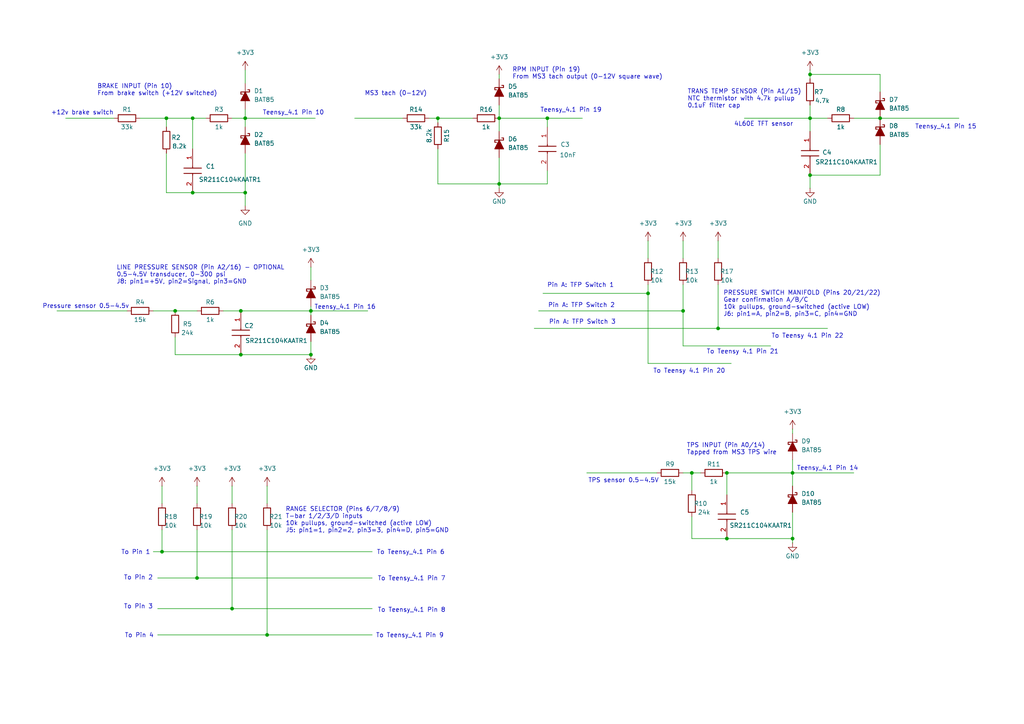
<source format=kicad_sch>
(kicad_sch (version 20250114) (generator "eeschema") (generator_version "9.0")
  (paper "A4")
  (title_block (title "Inputs"))
  (lib_symbols
    (symbol "Device:R" (pin_numbers (hide yes)) (pin_names (offset 0))
      (property "Reference" "R" (at 2.032 0 90))
      (property "Value" "R" (at 0 0 90))
      (symbol "R_0_1"
        (rectangle (start -1.016 -2.54) (end 1.016 2.54) (stroke (width 0.254)))
      )
      (symbol "R_1_1"
        (pin passive line (at 0 3.81 270) (length 1.27) (name "~") (number "1"))
        (pin passive line (at 0 -3.81 90) (length 1.27) (name "~") (number "2"))
      )
    )
    (symbol "PCM_Diode_Schottky_AKL:BAT85" (pin_numbers (hide yes)) (pin_names (offset 1.016) (hide yes))
      (property "Reference" "D" (at 0 5.08 0))
      (property "Value" "BAT85" (at 0 2.54 0))
      (symbol "BAT85_0_1"
        (polyline (pts (xy -1.27 0) (xy 1.27 0)))
        (polyline (pts (xy -1.27 -1.27) (xy -1.27 1.27) (xy 1.27 0) (xy -1.27 -1.27)) (stroke (width 0.254)) (fill (type outline)))
        (polyline (pts (xy 1.905 -0.762) (xy 1.905 -1.27) (xy 1.27 -1.27) (xy 1.27 1.27) (xy 0.635 1.27) (xy 0.635 0.762)) (stroke (width 0.254)))
      )
      (symbol "BAT85_0_2"
        (polyline (pts (xy -2.54 -2.54) (xy 2.54 2.54)))
        (polyline (pts (xy -0.889 -0.889) (xy -1.778 0) (xy 0.889 0.889) (xy 0 -1.778) (xy -0.889 -0.889)) (stroke (width 0.254)) (fill (type outline)))
        (polyline (pts (xy 0 1.778) (xy 1.778 0)) (stroke (width 0.254)))
        (polyline (pts (xy 0 1.778) (xy -0.381 1.397) (xy 0 1.016)) (stroke (width 0.254)))
        (polyline (pts (xy 1.778 0) (xy 2.159 0.381) (xy 1.778 0.762)) (stroke (width 0.254)))
      )
      (symbol "BAT85_1_1"
        (pin passive line (at -3.81 0 0) (length 2.54) (name "A") (number "2"))
        (pin passive line (at 3.81 0 180) (length 2.54) (name "K") (number "1"))
      )
      (symbol "BAT85_1_2"
        (pin passive line (at -2.54 -2.54 0) (length 0) (name "A") (number "2"))
        (pin passive line (at 2.54 2.54 180) (length 0) (name "K") (number "1"))
      )
    )
    (symbol "SamacSys_Parts:SR211C104KAATR1" (pin_names (hide yes))
      (property "Reference" "C" (at 8.89 6.35 0))
      (property "Value" "SR211C104KAATR1" (at 8.89 3.81 0))
      (symbol "SR211C104KAATR1_1_1"
        (polyline (pts (xy 5.08 0) (xy 5.588 0)) (stroke (width 0.254)))
        (polyline (pts (xy 5.588 2.54) (xy 5.588 -2.54)) (stroke (width 0.254)))
        (polyline (pts (xy 7.112 2.54) (xy 7.112 -2.54)) (stroke (width 0.254)))
        (polyline (pts (xy 7.112 0) (xy 7.62 0)) (stroke (width 0.254)))
        (pin passive line (at 0 0 0) (length 5.08) (name "1") (number "1"))
        (pin passive line (at 12.7 0 180) (length 5.08) (name "2") (number "2"))
      )
    )
    (symbol "power:+3V3" (power) (pin_numbers (hide yes)) (pin_names (offset 0) (hide yes))
      (property "Value" "+3V3" (at 0 3.556 0))
      (symbol "+3V3_0_1"
        (polyline (pts (xy -0.762 1.27) (xy 0 2.54)))
        (polyline (pts (xy 0 2.54) (xy 0.762 1.27)))
        (polyline (pts (xy 0 0) (xy 0 2.54)))
      )
      (symbol "+3V3_1_1"
        (pin power_in line (at 0 0 90) (length 0) (name "~") (number "1"))
      )
    )
    (symbol "power:GND" (power) (pin_numbers (hide yes)) (pin_names (offset 0) (hide yes))
      (property "Value" "GND" (at 0 -3.81 0))
      (symbol "GND_0_1"
        (polyline (pts (xy 0 0) (xy 0 -1.27) (xy 1.27 -1.27) (xy 0 -2.54) (xy -1.27 -1.27) (xy 0 -1.27)))
      )
      (symbol "GND_1_1"
        (pin power_in line (at 0 0 270) (length 0) (name "~") (number "1"))
      )
    )
  )
  (text "Teensy_4.1 Pin 15\n" (at 274.32 36.83 0) (effects (font (size 1.27 1.27))))
  (text "To Pin 4" (at 40.386 184.404 0) (effects (font (size 1.27 1.27))))
  (text "BRAKE INPUT (Pin 10)\nFrom brake switch (+12V switched)" (at 28.194 26.162 0) (effects (font (size 1.27 1.27)) (justify left)))
  (text "4L60E TFT sensor" (at 221.488 36.068 0) (effects (font (size 1.27 1.27))))
  (text "To Teensy_4.1 Pin 6" (at 119.126 160.274 0) (effects (font (size 1.27 1.27))))
  (text "MS3 tach (0-12V)" (at 114.808 27.178 0) (effects (font (size 1.27 1.27))))
  (text "To Teensy_4.1 Pin 7" (at 119.38 167.894 0) (effects (font (size 1.27 1.27))))
  (text "Teensy_4.1 Pin 10" (at 85.09 32.766 0) (effects (font (size 1.27 1.27))))
  (text "To Pin 2" (at 40.132 167.64 0) (effects (font (size 1.27 1.27))))
  (text "To Pin 1" (at 39.37 160.274 0) (effects (font (size 1.27 1.27))))
  (text "Pressure sensor 0.5-4.5v" (at 24.892 88.9 0) (effects (font (size 1.27 1.27))))
  (text "Teensy_4.1 Pin 19" (at 165.608 32.004 0) (effects (font (size 1.27 1.27))))
  (text "To Teensy 4.1 Pin 22" (at 234.188 97.536 0) (effects (font (size 1.27 1.27))))
  (text "To Teensy_4.1 Pin 8" (at 119.38 177.038 0) (effects (font (size 1.27 1.27))))
  (text "RANGE SELECTOR (Pins 6/7/8/9)\nT-bar 1/2/3/D inputs\n10k pullups, ground-switched (active LOW)\nJ5: pin1=1, pin2=2, pin3=3, pin4=D, pin5=GND" (at 82.804 150.876 0) (effects (font (size 1.27 1.27)) (justify left)))
  (text "To Teensy 4.1 Pin 21" (at 215.392 102.108 0) (effects (font (size 1.27 1.27))))
  (text "Teensy_4.1 Pin 14" (at 240.03 135.89 0) (effects (font (size 1.27 1.27))))
  (text "TRANS TEMP SENSOR (Pin A1/15)\nNTC thermistor with 4.7k pullup\n0.1uF filter cap" (at 199.39 28.702 0) (effects (font (size 1.27 1.27)) (justify left)))
  (text "Pin A: TFP Switch 1" (at 168.402 82.804 0) (effects (font (size 1.27 1.27))))
  (text "RPM INPUT (Pin 19)\nFrom MS3 tach output (0-12V square wave)\n" (at 148.59 21.336 0) (effects (font (size 1.27 1.27)) (justify left)))
  (text "TPS sensor 0.5-4.5V" (at 180.848 139.446 0) (effects (font (size 1.27 1.27))))
  (text "To Teensy 4.1 Pin 20" (at 199.898 107.696 0) (effects (font (size 1.27 1.27))))
  (text "To Pin 3" (at 40.132 176.022 0) (effects (font (size 1.27 1.27))))
  (text "To Teensy_4.1 Pin 9" (at 118.872 184.404 0) (effects (font (size 1.27 1.27))))
  (text "+12v brake switch\n" (at 23.876 32.766 0) (effects (font (size 1.27 1.27))))
  (text "PRESSURE SWITCH MANIFOLD (Pins 20/21/22)\nGear confirmation A/B/C\n10k pullups, ground-switched (active LOW)\nJ6: pin1=A, pin2=B, pin3=C, pin4=GND" (at 209.804 88.138 0) (effects (font (size 1.27 1.27)) (justify left)))
  (text "LINE PRESSURE SENSOR (Pin A2/16) - OPTIONAL\n0.5-4.5V transducer, 0-300 psi\nJ8: pin1=+5V, pin2=Signal, pin3=GND" (at 33.782 79.756 0) (effects (font (size 1.27 1.27)) (justify left)))
  (text "Teensy_4.1 Pin 16" (at 100.076 89.154 0) (effects (font (size 1.27 1.27))))
  (text "TPS INPUT (Pin A0/14)\nTapped from MS3 TPS wire" (at 199.136 130.302 0) (effects (font (size 1.27 1.27)) (justify left)))
  (text "Pin A: TFP Switch 3" (at 168.91 93.472 0) (effects (font (size 1.27 1.27))))
  (text "Pin A: TFP Switch 2" (at 168.656 88.646 0) (effects (font (size 1.27 1.27))))
  (junction (at 187.96 85.09))
  (junction (at 234.95 34.29))
  (junction (at 229.87 156.21))
  (junction (at 50.8 90.17))
  (junction (at 200.66 137.16))
  (junction (at 255.27 34.29))
  (junction (at 234.95 50.8))
  (junction (at 46.99 160.02))
  (junction (at 198.12 90.17))
  (junction (at 69.85 90.17))
  (junction (at 71.12 55.88))
  (junction (at 48.26 34.29))
  (junction (at 67.31 176.53))
  (junction (at 229.87 137.16))
  (junction (at 144.78 34.29))
  (junction (at 158.75 34.29))
  (junction (at 144.78 53.34))
  (junction (at 57.15 167.64))
  (junction (at 234.95 21.59))
  (junction (at 208.28 95.25))
  (junction (at 210.82 156.21))
  (junction (at 55.88 55.88))
  (junction (at 77.47 184.15))
  (junction (at 55.88 34.29))
  (junction (at 69.85 102.87))
  (junction (at 90.17 90.17))
  (junction (at 127 34.29))
  (junction (at 71.12 34.29))
  (junction (at 210.82 137.16))
  (junction (at 90.17 102.87))
  (wire (pts (xy 107.95 184.15) (xy 77.47 184.15)))
  (wire (pts (xy 57.15 167.64) (xy 107.95 167.64)))
  (wire (pts (xy 234.95 20.32) (xy 234.95 21.59)))
  (wire (pts (xy 50.8 102.87) (xy 69.85 102.87)))
  (wire (pts (xy 64.77 90.17) (xy 69.85 90.17)))
  (wire (pts (xy 50.8 90.17) (xy 57.15 90.17)))
  (wire (pts (xy 234.95 30.48) (xy 234.95 34.29)))
  (wire (pts (xy 229.87 148.59) (xy 229.87 156.21)))
  (wire (pts (xy 107.95 176.53) (xy 67.31 176.53)))
  (wire (pts (xy 127 43.18) (xy 127 53.34)))
  (wire (pts (xy 210.82 156.21) (xy 229.87 156.21)))
  (wire (pts (xy 67.31 140.97) (xy 67.31 146.05)))
  (wire (pts (xy 200.66 137.16) (xy 200.66 142.24)))
  (wire (pts (xy 40.64 34.29) (xy 48.26 34.29)))
  (wire (pts (xy 229.87 124.46) (xy 229.87 125.73)))
  (wire (pts (xy 48.26 44.45) (xy 48.26 55.88)))
  (wire (pts (xy 127 53.34) (xy 144.78 53.34)))
  (wire (pts (xy 46.99 153.67) (xy 46.99 160.02)))
  (wire (pts (xy 158.75 53.34) (xy 144.78 53.34)))
  (wire (pts (xy 71.12 34.29) (xy 91.44 34.29)))
  (wire (pts (xy 48.26 34.29) (xy 55.88 34.29)))
  (wire (pts (xy 44.45 90.17) (xy 50.8 90.17)))
  (wire (pts (xy 229.87 133.35) (xy 229.87 137.16)))
  (wire (pts (xy 67.31 153.67) (xy 67.31 176.53)))
  (wire (pts (xy 144.78 34.29) (xy 158.75 34.29)))
  (wire (pts (xy 190.5 137.16) (xy 170.18 137.16)))
  (wire (pts (xy 127 34.29) (xy 137.16 34.29)))
  (wire (pts (xy 90.17 90.17) (xy 106.68 90.17)))
  (wire (pts (xy 77.47 140.97) (xy 77.47 146.05)))
  (wire (pts (xy 187.96 82.55) (xy 187.96 85.09)))
  (wire (pts (xy 210.82 137.16) (xy 210.82 143.51)))
  (wire (pts (xy 158.75 49.53) (xy 158.75 53.34)))
  (wire (pts (xy 200.66 137.16) (xy 203.2 137.16)))
  (wire (pts (xy 234.95 34.29) (xy 240.03 34.29)))
  (wire (pts (xy 154.94 95.25) (xy 208.28 95.25)))
  (wire (pts (xy 144.78 21.59) (xy 144.78 22.86)))
  (wire (pts (xy 234.95 34.29) (xy 215.9 34.29)))
  (wire (pts (xy 187.96 69.85) (xy 187.96 74.93)))
  (wire (pts (xy 69.85 102.87) (xy 90.17 102.87)))
  (wire (pts (xy 255.27 41.91) (xy 255.27 50.8)))
  (wire (pts (xy 198.12 100.33) (xy 223.52 100.33)))
  (wire (pts (xy 208.28 82.55) (xy 208.28 95.25)))
  (wire (pts (xy 19.05 34.29) (xy 33.02 34.29)))
  (wire (pts (xy 127 35.56) (xy 127 34.29)))
  (wire (pts (xy 198.12 90.17) (xy 198.12 100.33)))
  (wire (pts (xy 187.96 85.09) (xy 187.96 105.41)))
  (wire (pts (xy 247.65 34.29) (xy 255.27 34.29)))
  (wire (pts (xy 124.46 34.29) (xy 127 34.29)))
  (wire (pts (xy 46.99 140.97) (xy 46.99 146.05)))
  (wire (pts (xy 229.87 137.16) (xy 229.87 140.97)))
  (wire (pts (xy 90.17 77.47) (xy 90.17 81.28)))
  (wire (pts (xy 50.8 97.79) (xy 50.8 102.87)))
  (wire (pts (xy 200.66 156.21) (xy 210.82 156.21)))
  (wire (pts (xy 16.51 90.17) (xy 36.83 90.17)))
  (wire (pts (xy 90.17 88.9) (xy 90.17 90.17)))
  (wire (pts (xy 45.72 176.53) (xy 67.31 176.53)))
  (wire (pts (xy 71.12 44.45) (xy 71.12 55.88)))
  (wire (pts (xy 67.31 34.29) (xy 71.12 34.29)))
  (wire (pts (xy 198.12 137.16) (xy 200.66 137.16)))
  (wire (pts (xy 157.48 85.09) (xy 187.96 85.09)))
  (wire (pts (xy 255.27 21.59) (xy 234.95 21.59)))
  (wire (pts (xy 44.45 160.02) (xy 46.99 160.02)))
  (wire (pts (xy 255.27 26.67) (xy 255.27 21.59)))
  (wire (pts (xy 229.87 156.21) (xy 229.87 157.48)))
  (wire (pts (xy 234.95 38.1) (xy 234.95 34.29)))
  (wire (pts (xy 208.28 95.25) (xy 240.03 95.25)))
  (wire (pts (xy 71.12 20.32) (xy 71.12 24.13)))
  (wire (pts (xy 255.27 50.8) (xy 234.95 50.8)))
  (wire (pts (xy 55.88 55.88) (xy 71.12 55.88)))
  (wire (pts (xy 71.12 34.29) (xy 71.12 31.75)))
  (wire (pts (xy 156.21 90.17) (xy 198.12 90.17)))
  (wire (pts (xy 198.12 69.85) (xy 198.12 74.93)))
  (wire (pts (xy 210.82 137.16) (xy 229.87 137.16)))
  (wire (pts (xy 55.88 34.29) (xy 55.88 43.18)))
  (wire (pts (xy 71.12 34.29) (xy 71.12 36.83)))
  (wire (pts (xy 69.85 90.17) (xy 90.17 90.17)))
  (wire (pts (xy 45.72 184.15) (xy 77.47 184.15)))
  (wire (pts (xy 116.84 34.29) (xy 102.87 34.29)))
  (wire (pts (xy 57.15 140.97) (xy 57.15 146.05)))
  (wire (pts (xy 144.78 34.29) (xy 144.78 30.48)))
  (wire (pts (xy 144.78 53.34) (xy 144.78 45.72)))
  (wire (pts (xy 45.72 167.64) (xy 57.15 167.64)))
  (wire (pts (xy 200.66 149.86) (xy 200.66 156.21)))
  (wire (pts (xy 208.28 69.85) (xy 208.28 74.93)))
  (wire (pts (xy 90.17 99.06) (xy 90.17 102.87)))
  (wire (pts (xy 55.88 34.29) (xy 59.69 34.29)))
  (wire (pts (xy 48.26 34.29) (xy 48.26 36.83)))
  (wire (pts (xy 187.96 105.41) (xy 212.09 105.41)))
  (wire (pts (xy 247.65 137.16) (xy 229.87 137.16)))
  (wire (pts (xy 234.95 21.59) (xy 234.95 22.86)))
  (wire (pts (xy 71.12 55.88) (xy 71.12 59.69)))
  (wire (pts (xy 144.78 34.29) (xy 144.78 38.1)))
  (wire (pts (xy 57.15 153.67) (xy 57.15 167.64)))
  (wire (pts (xy 158.75 34.29) (xy 158.75 36.83)))
  (wire (pts (xy 77.47 153.67) (xy 77.47 184.15)))
  (wire (pts (xy 158.75 34.29) (xy 168.91 34.29)))
  (wire (pts (xy 90.17 90.17) (xy 90.17 91.44)))
  (wire (pts (xy 48.26 55.88) (xy 55.88 55.88)))
  (wire (pts (xy 234.95 50.8) (xy 234.95 54.61)))
  (wire (pts (xy 144.78 53.34) (xy 144.78 54.61)))
  (wire (pts (xy 255.27 34.29) (xy 278.13 34.29)))
  (wire (pts (xy 198.12 82.55) (xy 198.12 90.17)))
  (wire (pts (xy 107.95 160.02) (xy 46.99 160.02)))
  (symbol (lib_id "Device:R") (at 207.01 137.16 90) (unit 1)
    (property "Reference" "R11" (at 207.01 134.62 90))
    (property "Value" "1k" (at 207.01 139.7 90))
  )
  (symbol (lib_id "PCM_Diode_Schottky_AKL:BAT85") (at 229.87 144.78 90) (unit 1)
    (property "Reference" "D10" (at 232.41 143.1924 90) (effects (justify right)))
    (property "Value" "BAT85" (at 232.41 145.7324 90) (effects (justify right)))
    (property "Footprint" "PCM_Diode_THT_AKL:D_DO-34_SOD68_P7.62mm_Horizontal" (effects (hide yes)))
    (property "Datasheet" "https://www.tme.eu/Document/a02201ffd45e43da73ea0afaa07300b7/BAT85.pdf" (effects (hide yes)))
    (property "Description" "DO-34 Schottky diode, 30V, 200mA, Alternate KiCAD Library" (effects (hide yes)))
  )
  (symbol (lib_id "PCM_Diode_Schottky_AKL:BAT85") (at 90.17 85.09 90) (unit 1)
    (property "Reference" "D3" (at 92.71 83.5024 90) (effects (justify right)))
    (property "Value" "BAT85" (at 92.71 86.0424 90) (effects (justify right)))
    (property "Footprint" "PCM_Diode_THT_AKL:D_DO-34_SOD68_P7.62mm_Horizontal" (effects (hide yes)))
    (property "Datasheet" "https://www.tme.eu/Document/a02201ffd45e43da73ea0afaa07300b7/BAT85.pdf" (effects (hide yes)))
    (property "Description" "DO-34 Schottky diode, 30V, 200mA, Alternate KiCAD Library" (effects (hide yes)))
  )
  (symbol (lib_id "Device:R") (at 67.31 149.86 0) (unit 1)
    (property "Reference" "R20" (at 69.85 149.86 0))
    (property "Value" "10k" (at 69.85 152.4 0))
  )
  (symbol (lib_id "Device:R") (at 46.99 149.86 0) (unit 1)
    (property "Reference" "R18" (at 49.53 149.86 0))
    (property "Value" "10k" (at 49.53 152.4 0))
  )
  (symbol (lib_id "PCM_Diode_Schottky_AKL:BAT85") (at 71.12 27.94 90) (unit 1)
    (property "Reference" "D1" (at 73.66 26.3524 90) (effects (justify right)))
    (property "Value" "BAT85" (at 73.66 28.8924 90) (effects (justify right)))
    (property "Footprint" "PCM_Diode_THT_AKL:D_DO-34_SOD68_P7.62mm_Horizontal" (effects (hide yes)))
    (property "Datasheet" "https://www.tme.eu/Document/a02201ffd45e43da73ea0afaa07300b7/BAT85.pdf" (effects (hide yes)))
    (property "Description" "DO-34 Schottky diode, 30V, 200mA, Alternate KiCAD Library" (effects (hide yes)))
  )
  (symbol (lib_id "power:+3V3") (at 77.47 140.97 0) (unit 1)
    (property "Reference" "#PWR017" (effects (hide yes)))
    (property "Value" "+3V3" (at 77.47 135.89 0))
    (property "Description" "Power symbol creates a global label with name \"+3V3\"" (effects (hide yes)))
  )
  (symbol (lib_id "Device:R") (at 198.12 78.74 0) (unit 1)
    (property "Reference" "R13" (at 200.66 78.74 0))
    (property "Value" "10k" (at 200.66 81.28 0))
  )
  (symbol (lib_id "Device:R") (at 57.15 149.86 0) (unit 1)
    (property "Reference" "R19" (at 59.69 149.86 0))
    (property "Value" "10k" (at 59.69 152.4 0))
  )
  (symbol (lib_id "power:GND") (at 144.78 54.61 0) (unit 1) (in_bom no)
    (property "Reference" "#PWR013" (effects (hide yes)))
    (property "Value" "GND" (at 144.78 58.42 0))
  )
  (symbol (lib_id "SamacSys_Parts:SR211C104KAATR1") (at 210.82 143.51 270) (unit 1)
    (property "Reference" "C5" (at 214.63 148.5899 90) (effects (justify left)))
    (property "Value" "SR211C104KAATR1" (at 211.582 152.4 90) (effects (justify left)))
    (property "Footprint" "SamacSys_Parts:SR211C104KAATR1" (effects (hide yes)))
    (property "Datasheet" "https://datasheets.kyocera-avx.com/SR-Series.pdf" (effects (hide yes)))
    (property "Description" "Multilayer Ceramic Capacitors MLCC - Leaded 100V 0.1uF X7R Long Leads 1\"min 10% A 581-SR211C104KARTR1" (effects (hide yes)))
    (property "Height" "5.08" (effects (hide yes)))
    (property "Mouser Part Number" "581-SR211C104KAATR1" (effects (hide yes)))
    (property "Mouser Price/Stock" "https://www.mouser.co.uk/ProductDetail/KYOCERA-AVX/SR211C104KAATR1?qs=wrl9V6q653S2nTpVE13MlA%3D%3D" (effects (hide yes)))
    (property "Manufacturer_Name" "Kyocera AVX" (effects (hide yes)))
    (property "Manufacturer_Part_Number" "SR211C104KAATR1" (effects (hide yes)))
  )
  (symbol (lib_id "Device:R") (at 208.28 78.74 0) (unit 1)
    (property "Reference" "R17" (at 210.82 78.74 0))
    (property "Value" "10k" (at 210.82 81.28 0))
  )
  (symbol (lib_id "power:+3V3") (at 144.78 21.59 0) (unit 1)
    (property "Reference" "#PWR012" (effects (hide yes)))
    (property "Value" "+3V3" (at 144.78 16.51 0))
    (property "Description" "Power symbol creates a global label with name \"+3V3\"" (effects (hide yes)))
  )
  (symbol (lib_id "SamacSys_Parts:SR211C104KAATR1") (at 234.95 38.1 270) (unit 1)
    (property "Reference" "C4" (at 238.506 44.196 90) (effects (justify left)))
    (property "Value" "SR211C104KAATR1" (at 236.474 46.99 90) (effects (justify left)))
    (property "Footprint" "SamacSys_Parts:SR211C104KAATR1" (effects (hide yes)))
    (property "Datasheet" "https://datasheets.kyocera-avx.com/SR-Series.pdf" (effects (hide yes)))
    (property "Description" "Multilayer Ceramic Capacitors MLCC - Leaded 100V 0.1uF X7R Long Leads 1\"min 10% A 581-SR211C104KARTR1" (effects (hide yes)))
    (property "Height" "5.08" (effects (hide yes)))
    (property "Mouser Part Number" "581-SR211C104KAATR1" (effects (hide yes)))
    (property "Mouser Price/Stock" "https://www.mouser.co.uk/ProductDetail/KYOCERA-AVX/SR211C104KAATR1?qs=wrl9V6q653S2nTpVE13MlA%3D%3D" (effects (hide yes)))
    (property "Manufacturer_Name" "Kyocera AVX" (effects (hide yes)))
    (property "Manufacturer_Part_Number" "SR211C104KAATR1" (effects (hide yes)))
  )
  (symbol (lib_id "Device:R") (at 63.5 34.29 90) (unit 1)
    (property "Reference" "R3" (at 63.5 31.75 90))
    (property "Value" "1k" (at 63.5 36.83 90))
  )
  (symbol (lib_id "power:GND") (at 229.87 157.48 0) (unit 1) (in_bom no)
    (property "Reference" "#PWR08" (effects (hide yes)))
    (property "Value" "GND" (at 229.87 161.29 0))
  )
  (symbol (lib_id "Device:R") (at 234.95 26.67 0) (unit 1)
    (property "Reference" "R7" (at 237.49 26.67 0))
    (property "Value" "4.7k" (at 238.506 29.21 0))
  )
  (symbol (lib_id "Device:R") (at 40.64 90.17 90) (unit 1)
    (property "Reference" "R4" (at 40.64 87.63 90))
    (property "Value" "15k" (at 40.64 92.71 90))
  )
  (symbol (lib_id "PCM_Diode_Schottky_AKL:BAT85") (at 144.78 41.91 90) (unit 1)
    (property "Reference" "D6" (at 147.32 40.3224 90) (effects (justify right)))
    (property "Value" "BAT85" (at 147.32 42.8624 90) (effects (justify right)))
    (property "Footprint" "PCM_Diode_THT_AKL:D_DO-34_SOD68_P7.62mm_Horizontal" (effects (hide yes)))
    (property "Datasheet" "https://www.tme.eu/Document/a02201ffd45e43da73ea0afaa07300b7/BAT85.pdf" (effects (hide yes)))
    (property "Description" "DO-34 Schottky diode, 30V, 200mA, Alternate KiCAD Library" (effects (hide yes)))
  )
  (symbol (lib_id "PCM_Diode_Schottky_AKL:BAT85") (at 144.78 26.67 90) (unit 1)
    (property "Reference" "D5" (at 147.32 25.0824 90) (effects (justify right)))
    (property "Value" "BAT85" (at 147.32 27.6224 90) (effects (justify right)))
    (property "Footprint" "PCM_Diode_THT_AKL:D_DO-34_SOD68_P7.62mm_Horizontal" (effects (hide yes)))
    (property "Datasheet" "https://www.tme.eu/Document/a02201ffd45e43da73ea0afaa07300b7/BAT85.pdf" (effects (hide yes)))
    (property "Description" "DO-34 Schottky diode, 30V, 200mA, Alternate KiCAD Library" (effects (hide yes)))
  )
  (symbol (lib_id "Device:R") (at 48.26 40.64 0) (unit 1)
    (property "Reference" "R2" (at 51.054 39.878 0))
    (property "Value" "8.2k" (at 52.07 42.418 0))
  )
  (symbol (lib_id "Device:R") (at 50.8 93.98 0) (unit 1)
    (property "Reference" "R5" (at 54.356 93.98 0))
    (property "Value" "24k" (at 54.356 96.52 0))
  )
  (symbol (lib_id "Device:R") (at 60.96 90.17 90) (unit 1)
    (property "Reference" "R6" (at 60.96 87.63 90))
    (property "Value" "1k" (at 60.96 92.71 90))
  )
  (symbol (lib_id "Device:R") (at 194.31 137.16 90) (unit 1)
    (property "Reference" "R9" (at 194.31 134.62 90))
    (property "Value" "15k" (at 194.31 139.7 90))
  )
  (symbol (lib_id "power:+3V3") (at 198.12 69.85 0) (unit 1)
    (property "Reference" "#PWR010" (effects (hide yes)))
    (property "Value" "+3V3" (at 198.12 64.77 0))
    (property "Description" "Power symbol creates a global label with name \"+3V3\"" (effects (hide yes)))
  )
  (symbol (lib_id "Device:R") (at 187.96 78.74 0) (unit 1)
    (property "Reference" "R12" (at 190.5 78.74 0))
    (property "Value" "10k" (at 190.5 81.28 0))
  )
  (symbol (lib_id "power:+3V3") (at 71.12 20.32 0) (unit 1)
    (property "Reference" "#PWR01" (effects (hide yes)))
    (property "Value" "+3V3" (at 71.12 15.24 0))
    (property "Description" "Power symbol creates a global label with name \"+3V3\"" (effects (hide yes)))
  )
  (symbol (lib_id "PCM_Diode_Schottky_AKL:BAT85") (at 71.12 40.64 90) (unit 1)
    (property "Reference" "D2" (at 73.66 39.0524 90) (effects (justify right)))
    (property "Value" "BAT85" (at 73.66 41.5924 90) (effects (justify right)))
    (property "Footprint" "PCM_Diode_THT_AKL:D_DO-34_SOD68_P7.62mm_Horizontal" (effects (hide yes)))
    (property "Datasheet" "https://www.tme.eu/Document/a02201ffd45e43da73ea0afaa07300b7/BAT85.pdf" (effects (hide yes)))
    (property "Description" "DO-34 Schottky diode, 30V, 200mA, Alternate KiCAD Library" (effects (hide yes)))
  )
  (symbol (lib_id "Device:R") (at 200.66 146.05 0) (unit 1)
    (property "Reference" "R10" (at 203.2 146.05 0))
    (property "Value" "24k" (at 204.216 148.59 0))
  )
  (symbol (lib_id "power:GND") (at 90.17 102.87 0) (unit 1) (in_bom no)
    (property "Reference" "#PWR04" (effects (hide yes)))
    (property "Value" "GND" (at 90.17 106.68 0))
  )
  (symbol (lib_id "SamacSys_Parts:SR211C104KAATR1") (at 158.75 36.83 270) (unit 1)
    (property "Reference" "C3" (at 162.56 41.9099 90) (effects (justify left)))
    (property "Value" "10nF" (at 162.306 44.958 90) (effects (justify left)))
    (property "Footprint" "SamacSys_Parts:SR211C104KAATR1" (effects (hide yes)))
    (property "Datasheet" "https://datasheets.kyocera-avx.com/SR-Series.pdf" (effects (hide yes)))
    (property "Description" "Multilayer Ceramic Capacitors MLCC - Leaded 100V 0.1uF X7R Long Leads 1\"min 10% A 581-SR211C104KARTR1" (effects (hide yes)))
    (property "Height" "5.08" (effects (hide yes)))
    (property "Mouser Part Number" "581-SR211C104KAATR1" (effects (hide yes)))
    (property "Mouser Price/Stock" "https://www.mouser.co.uk/ProductDetail/KYOCERA-AVX/SR211C104KAATR1?qs=wrl9V6q653S2nTpVE13MlA%3D%3D" (effects (hide yes)))
    (property "Manufacturer_Name" "Kyocera AVX" (effects (hide yes)))
    (property "Manufacturer_Part_Number" "SR211C104KAATR1" (effects (hide yes)))
  )
  (symbol (lib_id "Device:R") (at 77.47 149.86 0) (unit 1)
    (property "Reference" "R21" (at 80.01 149.86 0))
    (property "Value" "10k" (at 80.01 152.4 0))
  )
  (symbol (lib_id "PCM_Diode_Schottky_AKL:BAT85") (at 90.17 95.25 90) (unit 1)
    (property "Reference" "D4" (at 92.71 93.6624 90) (effects (justify right)))
    (property "Value" "BAT85" (at 92.71 96.2024 90) (effects (justify right)))
    (property "Footprint" "PCM_Diode_THT_AKL:D_DO-34_SOD68_P7.62mm_Horizontal" (effects (hide yes)))
    (property "Datasheet" "https://www.tme.eu/Document/a02201ffd45e43da73ea0afaa07300b7/BAT85.pdf" (effects (hide yes)))
    (property "Description" "DO-34 Schottky diode, 30V, 200mA, Alternate KiCAD Library" (effects (hide yes)))
  )
  (symbol (lib_id "power:+3V3") (at 208.28 69.85 0) (unit 1)
    (property "Reference" "#PWR011" (effects (hide yes)))
    (property "Value" "+3V3" (at 208.28 64.77 0))
    (property "Description" "Power symbol creates a global label with name \"+3V3\"" (effects (hide yes)))
  )
  (symbol (lib_id "Device:R") (at 140.97 34.29 90) (unit 1)
    (property "Reference" "R16" (at 140.97 31.75 90))
    (property "Value" "1k" (at 140.97 36.83 90))
  )
  (symbol (lib_id "Device:R") (at 120.65 34.29 90) (unit 1)
    (property "Reference" "R14" (at 120.65 31.75 90))
    (property "Value" "33k" (at 120.65 36.83 90))
  )
  (symbol (lib_id "power:GND") (at 234.95 54.61 0) (unit 1) (in_bom no)
    (property "Reference" "#PWR06" (effects (hide yes)))
    (property "Value" "GND" (at 234.95 58.42 0))
  )
  (symbol (lib_id "power:+3V3") (at 57.15 140.97 0) (unit 1)
    (property "Reference" "#PWR015" (effects (hide yes)))
    (property "Value" "+3V3" (at 57.15 135.89 0))
    (property "Description" "Power symbol creates a global label with name \"+3V3\"" (effects (hide yes)))
  )
  (symbol (lib_id "power:+3V3") (at 90.17 77.47 0) (unit 1)
    (property "Reference" "#PWR03" (effects (hide yes)))
    (property "Value" "+3V3" (at 90.17 72.39 0))
    (property "Description" "Power symbol creates a global label with name \"+3V3\"" (effects (hide yes)))
  )
  (symbol (lib_id "power:+3V3") (at 229.87 124.46 0) (unit 1)
    (property "Reference" "#PWR07" (effects (hide yes)))
    (property "Value" "+3V3" (at 229.87 119.38 0))
    (property "Description" "Power symbol creates a global label with name \"+3V3\"" (effects (hide yes)))
  )
  (symbol (lib_id "Device:R") (at 36.83 34.29 90) (unit 1)
    (property "Reference" "R1" (at 36.83 31.75 90))
    (property "Value" "33k" (at 36.83 36.83 90))
  )
  (symbol (lib_id "PCM_Diode_Schottky_AKL:BAT85") (at 229.87 129.54 90) (unit 1)
    (property "Reference" "D9" (at 232.41 127.9524 90) (effects (justify right)))
    (property "Value" "BAT85" (at 232.41 130.4924 90) (effects (justify right)))
    (property "Footprint" "PCM_Diode_THT_AKL:D_DO-34_SOD68_P7.62mm_Horizontal" (effects (hide yes)))
    (property "Datasheet" "https://www.tme.eu/Document/a02201ffd45e43da73ea0afaa07300b7/BAT85.pdf" (effects (hide yes)))
    (property "Description" "DO-34 Schottky diode, 30V, 200mA, Alternate KiCAD Library" (effects (hide yes)))
  )
  (symbol (lib_id "SamacSys_Parts:SR211C104KAATR1") (at 55.88 43.18 270) (unit 1)
    (property "Reference" "C1" (at 59.69 48.2599 90) (effects (justify left)))
    (property "Value" "SR211C104KAATR1" (at 57.658 52.07 90) (effects (justify left)))
    (property "Footprint" "SamacSys_Parts:SR211C104KAATR1" (effects (hide yes)))
    (property "Datasheet" "https://datasheets.kyocera-avx.com/SR-Series.pdf" (effects (hide yes)))
    (property "Description" "Multilayer Ceramic Capacitors MLCC - Leaded 100V 0.1uF X7R Long Leads 1\"min 10% A 581-SR211C104KARTR1" (effects (hide yes)))
    (property "Height" "5.08" (effects (hide yes)))
    (property "Mouser Part Number" "581-SR211C104KAATR1" (effects (hide yes)))
    (property "Mouser Price/Stock" "https://www.mouser.co.uk/ProductDetail/KYOCERA-AVX/SR211C104KAATR1?qs=wrl9V6q653S2nTpVE13MlA%3D%3D" (effects (hide yes)))
    (property "Manufacturer_Name" "Kyocera AVX" (effects (hide yes)))
    (property "Manufacturer_Part_Number" "SR211C104KAATR1" (effects (hide yes)))
  )
  (symbol (lib_id "PCM_Diode_Schottky_AKL:BAT85") (at 255.27 38.1 90) (unit 1)
    (property "Reference" "D8" (at 257.81 36.5124 90) (effects (justify right)))
    (property "Value" "BAT85" (at 257.81 39.0524 90) (effects (justify right)))
    (property "Footprint" "PCM_Diode_THT_AKL:D_DO-34_SOD68_P7.62mm_Horizontal" (effects (hide yes)))
    (property "Datasheet" "https://www.tme.eu/Document/a02201ffd45e43da73ea0afaa07300b7/BAT85.pdf" (effects (hide yes)))
    (property "Description" "DO-34 Schottky diode, 30V, 200mA, Alternate KiCAD Library" (effects (hide yes)))
  )
  (symbol (lib_id "power:+3V3") (at 67.31 140.97 0) (unit 1)
    (property "Reference" "#PWR016" (effects (hide yes)))
    (property "Value" "+3V3" (at 67.31 135.89 0))
    (property "Description" "Power symbol creates a global label with name \"+3V3\"" (effects (hide yes)))
  )
  (symbol (lib_id "power:+3V3") (at 46.99 140.97 0) (unit 1)
    (property "Reference" "#PWR014" (effects (hide yes)))
    (property "Value" "+3V3" (at 46.99 135.89 0))
    (property "Description" "Power symbol creates a global label with name \"+3V3\"" (effects (hide yes)))
  )
  (symbol (lib_id "power:+3V3") (at 187.96 69.85 0) (unit 1)
    (property "Reference" "#PWR09" (effects (hide yes)))
    (property "Value" "+3V3" (at 187.96 64.77 0))
    (property "Description" "Power symbol creates a global label with name \"+3V3\"" (effects (hide yes)))
  )
  (symbol (lib_id "PCM_Diode_Schottky_AKL:BAT85") (at 255.27 30.48 90) (unit 1)
    (property "Reference" "D7" (at 257.81 28.8924 90) (effects (justify right)))
    (property "Value" "BAT85" (at 257.81 31.4324 90) (effects (justify right)))
    (property "Footprint" "PCM_Diode_THT_AKL:D_DO-34_SOD68_P7.62mm_Horizontal" (effects (hide yes)))
    (property "Datasheet" "https://www.tme.eu/Document/a02201ffd45e43da73ea0afaa07300b7/BAT85.pdf" (effects (hide yes)))
    (property "Description" "DO-34 Schottky diode, 30V, 200mA, Alternate KiCAD Library" (effects (hide yes)))
  )
  (symbol (lib_id "SamacSys_Parts:SR211C104KAATR1") (at 69.85 90.17 270) (unit 1)
    (property "Reference" "C2" (at 70.866 94.488 90) (effects (justify left)))
    (property "Value" "SR211C104KAATR1" (at 71.12 98.806 90) (effects (justify left)))
    (property "Footprint" "SamacSys_Parts:SR211C104KAATR1" (effects (hide yes)))
    (property "Datasheet" "https://datasheets.kyocera-avx.com/SR-Series.pdf" (effects (hide yes)))
    (property "Description" "Multilayer Ceramic Capacitors MLCC - Leaded 100V 0.1uF X7R Long Leads 1\"min 10% A 581-SR211C104KARTR1" (effects (hide yes)))
    (property "Height" "5.08" (effects (hide yes)))
    (property "Mouser Part Number" "581-SR211C104KAATR1" (effects (hide yes)))
    (property "Mouser Price/Stock" "https://www.mouser.co.uk/ProductDetail/KYOCERA-AVX/SR211C104KAATR1?qs=wrl9V6q653S2nTpVE13MlA%3D%3D" (effects (hide yes)))
    (property "Manufacturer_Name" "Kyocera AVX" (effects (hide yes)))
    (property "Manufacturer_Part_Number" "SR211C104KAATR1" (effects (hide yes)))
  )
  (symbol (lib_id "Device:R") (at 127 39.37 0) (unit 1)
    (property "Reference" "R15" (at 129.54 39.37 90))
    (property "Value" "8.2k" (at 124.46 39.37 90))
  )
  (symbol (lib_id "Device:R") (at 243.84 34.29 90) (unit 1)
    (property "Reference" "R8" (at 243.84 31.75 90))
    (property "Value" "1k" (at 243.84 36.83 90))
  )
  (symbol (lib_id "power:GND") (at 71.12 59.69 0) (unit 1)
    (property "Reference" "#PWR02" (effects (hide yes)))
    (property "Value" "GND" (at 71.12 64.77 0))
    (property "Description" "Power symbol creates a global label with name \"GND\" , ground" (effects (hide yes)))
  )
  (symbol (lib_id "power:+3V3") (at 234.95 20.32 0) (unit 1)
    (property "Reference" "#PWR05" (effects (hide yes)))
    (property "Value" "+3V3" (at 234.95 15.24 0))
    (property "Description" "Power symbol creates a global label with name \"+3V3\"" (effects (hide yes)))
  )
)
</source>
